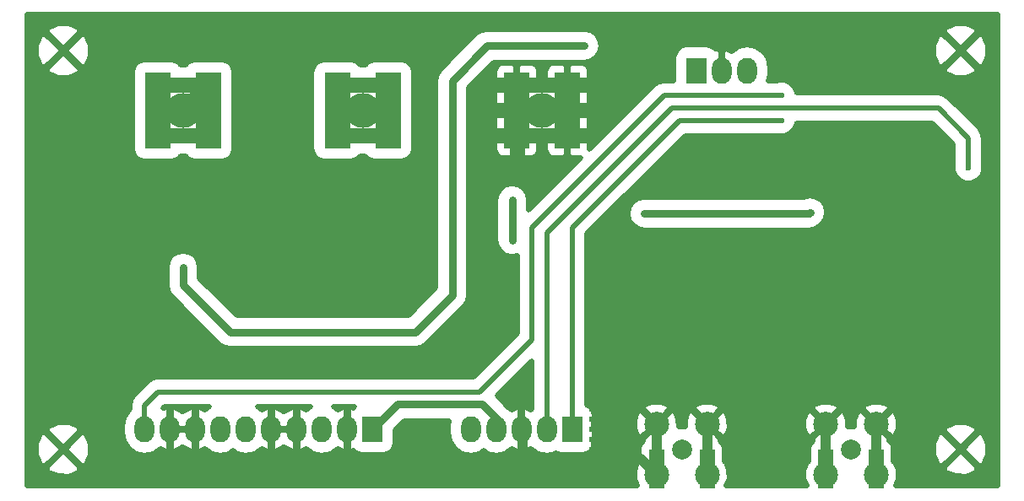
<source format=gbl>
G04 #@! TF.FileFunction,Copper,L2,Bot,Signal*
%FSLAX46Y46*%
G04 Gerber Fmt 4.6, Leading zero omitted, Abs format (unit mm)*
G04 Created by KiCad (PCBNEW 4.0.7) date 03/03/18 23:13:13*
%MOMM*%
%LPD*%
G01*
G04 APERTURE LIST*
%ADD10C,0.100000*%
%ADD11C,0.600000*%
%ADD12R,2.000000X2.600000*%
%ADD13O,2.000000X2.600000*%
%ADD14R,2.550000X2.550000*%
%ADD15C,3.500000*%
%ADD16R,1.500000X4.000000*%
%ADD17C,1.998980*%
%ADD18C,2.499360*%
%ADD19C,0.800000*%
%ADD20C,0.250000*%
%ADD21C,1.000000*%
%ADD22C,1.500000*%
%ADD23C,0.500000*%
G04 APERTURE END LIST*
D10*
D11*
X159000000Y-128000000D03*
X158000000Y-128000000D03*
X157000000Y-128000000D03*
X156000000Y-128000000D03*
X155000000Y-128000000D03*
X154000000Y-128000000D03*
X153000000Y-128000000D03*
X152000000Y-128000000D03*
X159000000Y-127000000D03*
X158000000Y-127000000D03*
X157000000Y-127000000D03*
X156000000Y-127000000D03*
X155000000Y-127000000D03*
X154000000Y-127000000D03*
X153000000Y-127000000D03*
X152000000Y-127000000D03*
X159000000Y-126000000D03*
X158000000Y-126000000D03*
X157000000Y-126000000D03*
X156000000Y-126000000D03*
X155000000Y-126000000D03*
X154000000Y-126000000D03*
X153000000Y-126000000D03*
X83000000Y-121000000D03*
X82000000Y-121000000D03*
X83000000Y-120000000D03*
X82000000Y-120000000D03*
X83000000Y-119000000D03*
X82000000Y-119000000D03*
X83000000Y-118000000D03*
X82000000Y-118000000D03*
X83000000Y-117000000D03*
X82000000Y-117000000D03*
X83000000Y-116000000D03*
X82000000Y-116000000D03*
X83000000Y-115000000D03*
X82000000Y-115000000D03*
X83000000Y-114000000D03*
X82000000Y-114000000D03*
X83000000Y-113000000D03*
X82000000Y-113000000D03*
X83000000Y-112000000D03*
X82000000Y-112000000D03*
X83000000Y-111000000D03*
X82000000Y-111000000D03*
X83000000Y-110000000D03*
X82000000Y-110000000D03*
X83000000Y-109000000D03*
X82000000Y-109000000D03*
X83000000Y-108000000D03*
X82000000Y-108000000D03*
X83000000Y-107000000D03*
X82000000Y-107000000D03*
X83000000Y-106000000D03*
X82000000Y-106000000D03*
X83000000Y-105000000D03*
X82000000Y-105000000D03*
X83000000Y-104000000D03*
X82000000Y-104000000D03*
X83000000Y-103000000D03*
X82000000Y-103000000D03*
X83000000Y-102000000D03*
X82000000Y-102000000D03*
X83000000Y-101000000D03*
X82000000Y-101000000D03*
X83000000Y-100000000D03*
X82000000Y-100000000D03*
X83000000Y-99000000D03*
X82000000Y-99000000D03*
X83000000Y-98000000D03*
X82000000Y-98000000D03*
X83000000Y-97000000D03*
X82000000Y-97000000D03*
X83000000Y-96000000D03*
X82000000Y-96000000D03*
X83000000Y-95000000D03*
X82000000Y-95000000D03*
X83000000Y-94000000D03*
X82000000Y-94000000D03*
X83000000Y-93000000D03*
X82000000Y-93000000D03*
X83000000Y-92000000D03*
X82000000Y-92000000D03*
X83000000Y-91000000D03*
X82000000Y-91000000D03*
X83000000Y-90000000D03*
X82000000Y-90000000D03*
X83000000Y-89000000D03*
X152000000Y-126000000D03*
X82000000Y-89000000D03*
X178000000Y-121000000D03*
X178000000Y-120000000D03*
X178000000Y-119000000D03*
X178000000Y-118000000D03*
X178000000Y-117000000D03*
X178000000Y-116000000D03*
X178000000Y-115000000D03*
X178000000Y-114000000D03*
X178000000Y-113000000D03*
X178000000Y-112000000D03*
X178000000Y-111000000D03*
X178000000Y-110000000D03*
X178000000Y-109000000D03*
X178000000Y-108000000D03*
X178000000Y-107000000D03*
X178000000Y-106000000D03*
X178000000Y-105000000D03*
X178000000Y-104000000D03*
X178000000Y-103000000D03*
X178000000Y-102000000D03*
X178000000Y-101000000D03*
X178000000Y-100000000D03*
X178000000Y-99000000D03*
X178000000Y-98000000D03*
X178000000Y-97000000D03*
X178000000Y-96000000D03*
X178000000Y-95000000D03*
X178000000Y-94000000D03*
X178000000Y-93000000D03*
X178000000Y-92000000D03*
X178000000Y-91000000D03*
X178000000Y-90000000D03*
X142000000Y-128000000D03*
X141000000Y-128000000D03*
X140000000Y-128000000D03*
X139000000Y-128000000D03*
X138000000Y-128000000D03*
X137000000Y-128000000D03*
X136000000Y-128000000D03*
X135000000Y-128000000D03*
X134000000Y-128000000D03*
X133000000Y-128000000D03*
X132000000Y-128000000D03*
X131000000Y-128000000D03*
X130000000Y-128000000D03*
X129000000Y-128000000D03*
X128000000Y-128000000D03*
X127000000Y-128000000D03*
X126000000Y-128000000D03*
X125000000Y-128000000D03*
X124000000Y-128000000D03*
X123000000Y-128000000D03*
X122000000Y-128000000D03*
X121000000Y-128000000D03*
X120000000Y-128000000D03*
X119000000Y-128000000D03*
X118000000Y-128000000D03*
X117000000Y-128000000D03*
X116000000Y-128000000D03*
X115000000Y-128000000D03*
X114000000Y-128000000D03*
X113000000Y-128000000D03*
X112000000Y-128000000D03*
X111000000Y-128000000D03*
X110000000Y-128000000D03*
X109000000Y-128000000D03*
X108000000Y-128000000D03*
X107000000Y-128000000D03*
X106000000Y-128000000D03*
X105000000Y-128000000D03*
X104000000Y-128000000D03*
X103000000Y-128000000D03*
X102000000Y-128000000D03*
X101000000Y-128000000D03*
X100000000Y-128000000D03*
X99000000Y-128000000D03*
X98000000Y-128000000D03*
X97000000Y-128000000D03*
X96000000Y-128000000D03*
X95000000Y-128000000D03*
X94000000Y-128000000D03*
X93000000Y-128000000D03*
X92000000Y-128000000D03*
X91000000Y-128000000D03*
X90000000Y-128000000D03*
X89000000Y-128000000D03*
X178000000Y-89000000D03*
X170000000Y-82000000D03*
X169000000Y-82000000D03*
X168000000Y-82000000D03*
X167000000Y-82000000D03*
X166000000Y-82000000D03*
X165000000Y-82000000D03*
X164000000Y-82000000D03*
X163000000Y-82000000D03*
X162000000Y-82000000D03*
X161000000Y-82000000D03*
X160000000Y-82000000D03*
X159000000Y-82000000D03*
X158000000Y-82000000D03*
X157000000Y-82000000D03*
X156000000Y-82000000D03*
X155000000Y-82000000D03*
X154000000Y-82000000D03*
X153000000Y-82000000D03*
X152000000Y-82000000D03*
X151000000Y-82000000D03*
X150000000Y-82000000D03*
X149000000Y-82000000D03*
X148000000Y-82000000D03*
X147000000Y-82000000D03*
X146000000Y-82000000D03*
X145000000Y-82000000D03*
X144000000Y-82000000D03*
X143000000Y-82000000D03*
X142000000Y-82000000D03*
X141000000Y-82000000D03*
X140000000Y-82000000D03*
X139000000Y-82000000D03*
X138000000Y-82000000D03*
X137000000Y-82000000D03*
X136000000Y-82000000D03*
X135000000Y-82000000D03*
X134000000Y-82000000D03*
X133000000Y-82000000D03*
X132000000Y-82000000D03*
X131000000Y-82000000D03*
X130000000Y-82000000D03*
X129000000Y-82000000D03*
X128000000Y-82000000D03*
X127000000Y-82000000D03*
X126000000Y-82000000D03*
X125000000Y-82000000D03*
X124000000Y-82000000D03*
X123000000Y-82000000D03*
X122000000Y-82000000D03*
X121000000Y-82000000D03*
X120000000Y-82000000D03*
X119000000Y-82000000D03*
X118000000Y-82000000D03*
X117000000Y-82000000D03*
X116000000Y-82000000D03*
X115000000Y-82000000D03*
X114000000Y-82000000D03*
X113000000Y-82000000D03*
X112000000Y-82000000D03*
X111000000Y-82000000D03*
X110000000Y-82000000D03*
X109000000Y-82000000D03*
X108000000Y-82000000D03*
X107000000Y-82000000D03*
X106000000Y-82000000D03*
X105000000Y-82000000D03*
X104000000Y-82000000D03*
X103000000Y-82000000D03*
X102000000Y-82000000D03*
X101000000Y-82000000D03*
X100000000Y-82000000D03*
X99000000Y-82000000D03*
X98000000Y-82000000D03*
X97000000Y-82000000D03*
X96000000Y-82000000D03*
X95000000Y-82000000D03*
X94000000Y-82000000D03*
X93000000Y-82000000D03*
X92000000Y-82000000D03*
X91000000Y-82000000D03*
X90000000Y-82000000D03*
D12*
X148500000Y-87000000D03*
D13*
X151040000Y-87000000D03*
X153580000Y-87000000D03*
D12*
X116000000Y-123000000D03*
D13*
X113460000Y-123000000D03*
X110920000Y-123000000D03*
X108380000Y-123000000D03*
X105840000Y-123000000D03*
X103300000Y-123000000D03*
X100760000Y-123000000D03*
X98220000Y-123000000D03*
X95680000Y-123000000D03*
X93140000Y-123000000D03*
D12*
X136000000Y-123000000D03*
D13*
X133460000Y-123000000D03*
X130920000Y-123000000D03*
X128380000Y-123000000D03*
X125840000Y-123000000D03*
D14*
X99540000Y-88460000D03*
X99540000Y-91000000D03*
X99540000Y-93540000D03*
X94460000Y-88460000D03*
X94460000Y-91000000D03*
X94460000Y-93540000D03*
D15*
X97000000Y-91000000D03*
D14*
X117540000Y-88460000D03*
X117540000Y-91000000D03*
X117540000Y-93540000D03*
X112460000Y-88460000D03*
X112460000Y-91000000D03*
X112460000Y-93540000D03*
D15*
X115000000Y-91000000D03*
D14*
X135540000Y-88460000D03*
X135540000Y-91000000D03*
X135540000Y-93540000D03*
X130460000Y-88460000D03*
X130460000Y-91000000D03*
X130460000Y-93540000D03*
D15*
X133000000Y-91000000D03*
D16*
X149540000Y-127000000D03*
X144460000Y-127000000D03*
X166540000Y-127000000D03*
X161460000Y-127000000D03*
D11*
X89000000Y-82000000D03*
D17*
X147000000Y-125000000D03*
D18*
X149540000Y-122460000D03*
X149540000Y-127540000D03*
X144460000Y-127540000D03*
X144460000Y-122460000D03*
D17*
X164000000Y-125000000D03*
D18*
X166540000Y-122460000D03*
X166540000Y-127540000D03*
X161460000Y-127540000D03*
X161460000Y-122460000D03*
D11*
X137250000Y-84500000D03*
X97000000Y-106750000D03*
X113000000Y-113250000D03*
X90000000Y-110000000D03*
X89000000Y-110000000D03*
X88000000Y-110000000D03*
X87000000Y-110000000D03*
X87000000Y-109000000D03*
X88000000Y-109000000D03*
X89000000Y-109000000D03*
X90000000Y-109000000D03*
X90000000Y-108000000D03*
X89000000Y-108000000D03*
X126000000Y-107500000D03*
X127000000Y-107500000D03*
X128000000Y-107500000D03*
X128000000Y-103000000D03*
X128000000Y-104000000D03*
X167000000Y-101000000D03*
X168000000Y-101000000D03*
X169000000Y-101000000D03*
X171000000Y-104000000D03*
X171000000Y-103000000D03*
X171000000Y-102000000D03*
X171000000Y-101000000D03*
X170000000Y-101000000D03*
X107000000Y-108000000D03*
X108000000Y-108000000D03*
X109000000Y-108000000D03*
X110000000Y-108000000D03*
X111000000Y-98000000D03*
X110000000Y-98000000D03*
X109000000Y-98000000D03*
X108000000Y-98000000D03*
X107000000Y-98000000D03*
X106000000Y-98000000D03*
X105000000Y-98000000D03*
X104000000Y-98000000D03*
X103000000Y-98000000D03*
X102000000Y-98000000D03*
X88000000Y-97000000D03*
X89000000Y-97000000D03*
X90000000Y-97000000D03*
X91000000Y-97000000D03*
X92000000Y-97000000D03*
X93000000Y-97000000D03*
X94000000Y-97000000D03*
X95000000Y-97000000D03*
X138000000Y-125000000D03*
X138000000Y-124000000D03*
X138000000Y-123000000D03*
X138000000Y-122000000D03*
X138000000Y-121000000D03*
X138000000Y-120000000D03*
X138000000Y-119000000D03*
X138000000Y-118000000D03*
X138000000Y-117000000D03*
X138000000Y-116000000D03*
X138000000Y-115000000D03*
X138000000Y-114000000D03*
X138000000Y-113000000D03*
X138000000Y-112000000D03*
X138000000Y-111000000D03*
X138000000Y-110000000D03*
X138000000Y-109000000D03*
X138000000Y-108000000D03*
X159000000Y-109000000D03*
X160000000Y-109000000D03*
X161000000Y-109000000D03*
X162000000Y-109000000D03*
X163000000Y-109000000D03*
X164000000Y-109000000D03*
X165000000Y-109000000D03*
X166000000Y-109000000D03*
X167000000Y-109000000D03*
X168000000Y-109000000D03*
X130000000Y-100000000D03*
X130000000Y-101000000D03*
X130000000Y-103000000D03*
X130000000Y-104000000D03*
X143256000Y-101346000D03*
X159893000Y-101219000D03*
X157000000Y-92000000D03*
X175750000Y-96750000D03*
X157000000Y-89500000D03*
D19*
X120250000Y-113250000D02*
X113000000Y-113250000D01*
X124000000Y-109500000D02*
X120250000Y-113250000D01*
X124000000Y-88000000D02*
X124000000Y-109500000D01*
X127500000Y-84500000D02*
X124000000Y-88000000D01*
X137250000Y-84500000D02*
X127500000Y-84500000D01*
X101750000Y-113250000D02*
X113000000Y-113250000D01*
X97000000Y-108500000D02*
X101750000Y-113250000D01*
X97000000Y-106750000D02*
X97000000Y-108500000D01*
D20*
X89000000Y-110000000D02*
X90000000Y-110000000D01*
X87000000Y-110000000D02*
X88000000Y-110000000D01*
X88000000Y-109000000D02*
X87000000Y-109000000D01*
X90000000Y-109000000D02*
X89000000Y-109000000D01*
X89000000Y-108000000D02*
X90000000Y-108000000D01*
D21*
X135540000Y-91000000D02*
X135540000Y-93540000D01*
X133000000Y-91000000D02*
X135540000Y-91000000D01*
X133000000Y-91000000D02*
X130460000Y-91000000D01*
D20*
X127000000Y-107500000D02*
X126000000Y-107500000D01*
X170000000Y-101000000D02*
X169000000Y-101000000D01*
X168000000Y-101000000D02*
X167000000Y-101000000D01*
X171000000Y-102000000D02*
X171000000Y-103000000D01*
X170000000Y-101000000D02*
X171000000Y-101000000D01*
X108000000Y-108000000D02*
X107000000Y-108000000D01*
X110000000Y-108000000D02*
X109000000Y-108000000D01*
X110000000Y-98000000D02*
X111000000Y-98000000D01*
X108000000Y-98000000D02*
X109000000Y-98000000D01*
X106000000Y-98000000D02*
X107000000Y-98000000D01*
X104000000Y-98000000D02*
X105000000Y-98000000D01*
X102000000Y-98000000D02*
X103000000Y-98000000D01*
X89000000Y-97000000D02*
X88000000Y-97000000D01*
X91000000Y-97000000D02*
X90000000Y-97000000D01*
X93000000Y-97000000D02*
X92000000Y-97000000D01*
X95000000Y-97000000D02*
X94000000Y-97000000D01*
D22*
X130460000Y-93540000D02*
X130500000Y-95500000D01*
X139000000Y-91000000D02*
X139000000Y-89145000D01*
X135540000Y-91000000D02*
X139000000Y-91000000D01*
X138315000Y-88460000D02*
X135540000Y-88460000D01*
X139000000Y-89145000D02*
X138315000Y-88460000D01*
X135540000Y-93540000D02*
X137460000Y-93540000D01*
X130460000Y-93540000D02*
X127460000Y-93540000D01*
X127540000Y-88460000D02*
X127540000Y-90855000D01*
X127540000Y-90855000D02*
X127685000Y-91000000D01*
X127685000Y-91000000D02*
X130460000Y-91000000D01*
X130460000Y-88460000D02*
X127540000Y-88460000D01*
X135540000Y-93540000D02*
X130460000Y-93540000D01*
X135540000Y-88460000D02*
X130460000Y-88460000D01*
D20*
X138000000Y-124000000D02*
X138000000Y-125000000D01*
X138000000Y-122000000D02*
X138000000Y-123000000D01*
X138000000Y-120000000D02*
X138000000Y-121000000D01*
X138000000Y-118000000D02*
X138000000Y-119000000D01*
X138000000Y-116000000D02*
X138000000Y-117000000D01*
X138000000Y-114000000D02*
X138000000Y-115000000D01*
X138000000Y-112000000D02*
X138000000Y-113000000D01*
X138000000Y-110000000D02*
X138000000Y-111000000D01*
X138000000Y-108000000D02*
X138000000Y-109000000D01*
D21*
X131000000Y-126000000D02*
X142920000Y-126000000D01*
X142920000Y-126000000D02*
X144460000Y-127540000D01*
X131000000Y-123380000D02*
X131000000Y-126000000D01*
X130920000Y-123000000D02*
X130920000Y-123300000D01*
X130920000Y-123300000D02*
X131000000Y-123380000D01*
X149540000Y-127540000D02*
X149540000Y-127000000D01*
X144460000Y-127540000D02*
X144460000Y-122460000D01*
X149540000Y-127540000D02*
X149540000Y-122460000D01*
X161460000Y-127540000D02*
X161460000Y-122460000D01*
X166540000Y-127540000D02*
X166540000Y-122460000D01*
D20*
X159000000Y-109000000D02*
X160000000Y-109000000D01*
X161000000Y-109000000D02*
X162000000Y-109000000D01*
X163000000Y-109000000D02*
X164000000Y-109000000D01*
X165000000Y-109000000D02*
X166000000Y-109000000D01*
X167000000Y-109000000D02*
X168000000Y-109000000D01*
D19*
X128380000Y-123000000D02*
X128380000Y-121880000D01*
X128380000Y-121880000D02*
X127000000Y-120500000D01*
X118500000Y-120500000D02*
X116000000Y-123000000D01*
X127000000Y-120500000D02*
X118500000Y-120500000D01*
X130000000Y-100000000D02*
X130000000Y-104000000D01*
X130000000Y-100000000D02*
X130000000Y-101000000D01*
X130000000Y-103000000D02*
X130000000Y-104000000D01*
X159766000Y-101346000D02*
X143256000Y-101346000D01*
X159893000Y-101219000D02*
X159766000Y-101346000D01*
D21*
X117540000Y-93540000D02*
X117540000Y-91000000D01*
X115000000Y-91000000D02*
X117540000Y-91000000D01*
D22*
X112460000Y-91000000D02*
X112460000Y-93540000D01*
X112460000Y-88460000D02*
X112460000Y-91000000D01*
X117540000Y-88460000D02*
X112460000Y-88460000D01*
X117540000Y-93540000D02*
X112460000Y-93540000D01*
D23*
X136000000Y-123000000D02*
X136000000Y-102750000D01*
X146750000Y-92000000D02*
X157000000Y-92000000D01*
X136000000Y-102750000D02*
X146750000Y-92000000D01*
X133460000Y-103290000D02*
X146000000Y-90750000D01*
X146000000Y-90750000D02*
X172750000Y-90750000D01*
X172750000Y-90750000D02*
X175750000Y-93750000D01*
X175750000Y-93750000D02*
X175750000Y-96750000D01*
X133460000Y-103290000D02*
X133460000Y-123000000D01*
D22*
X99540000Y-88460000D02*
X97000000Y-91000000D01*
X99540000Y-91000000D02*
X94460000Y-91000000D01*
X99540000Y-93540000D02*
X94460000Y-93540000D01*
X94460000Y-88460000D02*
X99540000Y-88460000D01*
D23*
X93140000Y-120610000D02*
X93140000Y-123000000D01*
X94500000Y-119250000D02*
X93140000Y-120610000D01*
X126750000Y-119250000D02*
X94500000Y-119250000D01*
X132000000Y-114000000D02*
X126750000Y-119250000D01*
X132000000Y-102750000D02*
X132000000Y-114000000D01*
X145250000Y-89500000D02*
X132000000Y-102750000D01*
X157000000Y-89500000D02*
X145250000Y-89500000D01*
G36*
X178675000Y-128675000D02*
X168452646Y-128675000D01*
X168741982Y-127965808D01*
X168737316Y-127090733D01*
X168636756Y-126847958D01*
X173293464Y-126847958D01*
X173463858Y-127284448D01*
X174455009Y-127698411D01*
X175529132Y-127701566D01*
X176522698Y-127293432D01*
X176536142Y-127284448D01*
X176706536Y-126847958D01*
X175000000Y-125141421D01*
X173293464Y-126847958D01*
X168636756Y-126847958D01*
X168411417Y-126303943D01*
X168240000Y-126255169D01*
X168240000Y-125529132D01*
X172298434Y-125529132D01*
X172706568Y-126522698D01*
X172715552Y-126536142D01*
X173152042Y-126706536D01*
X174858579Y-125000000D01*
X175141421Y-125000000D01*
X176847958Y-126706536D01*
X177284448Y-126536142D01*
X177698411Y-125544991D01*
X177701566Y-124470868D01*
X177293432Y-123477302D01*
X177284448Y-123463858D01*
X176847958Y-123293464D01*
X175141421Y-125000000D01*
X174858579Y-125000000D01*
X173152042Y-123293464D01*
X172715552Y-123463858D01*
X172301589Y-124455009D01*
X172298434Y-125529132D01*
X168240000Y-125529132D01*
X168240000Y-124811033D01*
X168095371Y-124461868D01*
X167828132Y-124194629D01*
X167816365Y-124189755D01*
X167885468Y-123946889D01*
X166540000Y-122601421D01*
X166525858Y-122615564D01*
X166384437Y-122474143D01*
X166398579Y-122460000D01*
X166681421Y-122460000D01*
X168026889Y-123805468D01*
X168411417Y-123696057D01*
X168633363Y-123152042D01*
X173293464Y-123152042D01*
X175000000Y-124858579D01*
X176706536Y-123152042D01*
X176536142Y-122715552D01*
X175544991Y-122301589D01*
X174470868Y-122298434D01*
X173477302Y-122706568D01*
X173463858Y-122715552D01*
X173293464Y-123152042D01*
X168633363Y-123152042D01*
X168741982Y-122885808D01*
X168737316Y-122010733D01*
X168411417Y-121223943D01*
X168026889Y-121114532D01*
X166681421Y-122460000D01*
X166398579Y-122460000D01*
X165053111Y-121114532D01*
X164668583Y-121223943D01*
X164338018Y-122034192D01*
X164341839Y-122750807D01*
X163661259Y-122750213D01*
X163657316Y-122010733D01*
X163331417Y-121223943D01*
X162946889Y-121114532D01*
X161601421Y-122460000D01*
X161615564Y-122474143D01*
X161474143Y-122615564D01*
X161460000Y-122601421D01*
X160114532Y-123946889D01*
X160183635Y-124189755D01*
X160171868Y-124194629D01*
X159904629Y-124461868D01*
X159760000Y-124811033D01*
X159760000Y-126255169D01*
X159588583Y-126303943D01*
X159258018Y-127114192D01*
X159262684Y-127989267D01*
X159546724Y-128675000D01*
X151452646Y-128675000D01*
X151741982Y-127965808D01*
X151737316Y-127090733D01*
X151411417Y-126303943D01*
X151240000Y-126255169D01*
X151240000Y-124811033D01*
X151095371Y-124461868D01*
X150828132Y-124194629D01*
X150816365Y-124189755D01*
X150885468Y-123946889D01*
X149540000Y-122601421D01*
X149525858Y-122615564D01*
X149384437Y-122474143D01*
X149398579Y-122460000D01*
X149681421Y-122460000D01*
X151026889Y-123805468D01*
X151411417Y-123696057D01*
X151741982Y-122885808D01*
X151737442Y-122034192D01*
X159258018Y-122034192D01*
X159262684Y-122909267D01*
X159588583Y-123696057D01*
X159973111Y-123805468D01*
X161318579Y-122460000D01*
X159973111Y-121114532D01*
X159588583Y-121223943D01*
X159258018Y-122034192D01*
X151737442Y-122034192D01*
X151737316Y-122010733D01*
X151411417Y-121223943D01*
X151026889Y-121114532D01*
X149681421Y-122460000D01*
X149398579Y-122460000D01*
X148053111Y-121114532D01*
X147668583Y-121223943D01*
X147338018Y-122034192D01*
X147341839Y-122750807D01*
X146661259Y-122750213D01*
X146657316Y-122010733D01*
X146331417Y-121223943D01*
X145946889Y-121114532D01*
X144601421Y-122460000D01*
X144615564Y-122474143D01*
X144474143Y-122615564D01*
X144460000Y-122601421D01*
X143114532Y-123946889D01*
X143183635Y-124189755D01*
X143171868Y-124194629D01*
X142904629Y-124461868D01*
X142760000Y-124811033D01*
X142760000Y-126255169D01*
X142588583Y-126303943D01*
X142258018Y-127114192D01*
X142262684Y-127989267D01*
X142546724Y-128675000D01*
X81325000Y-128675000D01*
X81325000Y-126847958D01*
X83293464Y-126847958D01*
X83463858Y-127284448D01*
X84455009Y-127698411D01*
X85529132Y-127701566D01*
X86522698Y-127293432D01*
X86536142Y-127284448D01*
X86706536Y-126847958D01*
X85000000Y-125141421D01*
X83293464Y-126847958D01*
X81325000Y-126847958D01*
X81325000Y-125529132D01*
X82298434Y-125529132D01*
X82706568Y-126522698D01*
X82715552Y-126536142D01*
X83152042Y-126706536D01*
X84858579Y-125000000D01*
X85141421Y-125000000D01*
X86847958Y-126706536D01*
X87284448Y-126536142D01*
X87698411Y-125544991D01*
X87701566Y-124470868D01*
X87293432Y-123477302D01*
X87284448Y-123463858D01*
X86847958Y-123293464D01*
X85141421Y-125000000D01*
X84858579Y-125000000D01*
X83152042Y-123293464D01*
X82715552Y-123463858D01*
X82301589Y-124455009D01*
X82298434Y-125529132D01*
X81325000Y-125529132D01*
X81325000Y-123152042D01*
X83293464Y-123152042D01*
X85000000Y-124858579D01*
X86706536Y-123152042D01*
X86536142Y-122715552D01*
X86379294Y-122650043D01*
X90890000Y-122650043D01*
X90890000Y-123349957D01*
X91061271Y-124210995D01*
X91549010Y-124940947D01*
X92278962Y-125428686D01*
X93140000Y-125599957D01*
X94001038Y-125428686D01*
X94712935Y-124953011D01*
X95026155Y-125139834D01*
X95276585Y-125207814D01*
X95580000Y-125009578D01*
X95580000Y-123100000D01*
X95780000Y-123100000D01*
X95780000Y-125009578D01*
X96083415Y-125207814D01*
X96333845Y-125139834D01*
X96950000Y-124772323D01*
X97566155Y-125139834D01*
X97816585Y-125207814D01*
X98120000Y-125009578D01*
X98120000Y-123100000D01*
X95780000Y-123100000D01*
X95580000Y-123100000D01*
X95560000Y-123100000D01*
X95560000Y-122900000D01*
X95580000Y-122900000D01*
X95580000Y-120990422D01*
X95780000Y-120990422D01*
X95780000Y-122900000D01*
X98120000Y-122900000D01*
X98120000Y-120990422D01*
X97816585Y-120792186D01*
X97566155Y-120860166D01*
X96950000Y-121227677D01*
X96333845Y-120860166D01*
X96083415Y-120792186D01*
X95780000Y-120990422D01*
X95580000Y-120990422D01*
X95276585Y-120792186D01*
X95026155Y-120860166D01*
X94988982Y-120882338D01*
X95121320Y-120750000D01*
X99631540Y-120750000D01*
X99187065Y-121046989D01*
X98873845Y-120860166D01*
X98623415Y-120792186D01*
X98320000Y-120990422D01*
X98320000Y-122900000D01*
X98340000Y-122900000D01*
X98340000Y-123100000D01*
X98320000Y-123100000D01*
X98320000Y-125009578D01*
X98623415Y-125207814D01*
X98873845Y-125139834D01*
X99187065Y-124953011D01*
X99898962Y-125428686D01*
X100760000Y-125599957D01*
X101621038Y-125428686D01*
X102030000Y-125155426D01*
X102438962Y-125428686D01*
X103300000Y-125599957D01*
X104161038Y-125428686D01*
X104872935Y-124953011D01*
X105186155Y-125139834D01*
X105436585Y-125207814D01*
X105740000Y-125009578D01*
X105740000Y-123100000D01*
X105940000Y-123100000D01*
X105940000Y-125009578D01*
X106243415Y-125207814D01*
X106493845Y-125139834D01*
X107110000Y-124772323D01*
X107726155Y-125139834D01*
X107976585Y-125207814D01*
X108280000Y-125009578D01*
X108280000Y-123100000D01*
X105940000Y-123100000D01*
X105740000Y-123100000D01*
X105720000Y-123100000D01*
X105720000Y-122900000D01*
X105740000Y-122900000D01*
X105740000Y-120990422D01*
X105940000Y-120990422D01*
X105940000Y-122900000D01*
X108280000Y-122900000D01*
X108280000Y-120990422D01*
X107976585Y-120792186D01*
X107726155Y-120860166D01*
X107110000Y-121227677D01*
X106493845Y-120860166D01*
X106243415Y-120792186D01*
X105940000Y-120990422D01*
X105740000Y-120990422D01*
X105436585Y-120792186D01*
X105186155Y-120860166D01*
X104872935Y-121046989D01*
X104428460Y-120750000D01*
X109791540Y-120750000D01*
X109347065Y-121046989D01*
X109033845Y-120860166D01*
X108783415Y-120792186D01*
X108480000Y-120990422D01*
X108480000Y-122900000D01*
X108500000Y-122900000D01*
X108500000Y-123100000D01*
X108480000Y-123100000D01*
X108480000Y-125009578D01*
X108783415Y-125207814D01*
X109033845Y-125139834D01*
X109347065Y-124953011D01*
X110058962Y-125428686D01*
X110920000Y-125599957D01*
X111781038Y-125428686D01*
X112492935Y-124953011D01*
X112806155Y-125139834D01*
X113056585Y-125207814D01*
X113360000Y-125009578D01*
X113360000Y-123100000D01*
X113340000Y-123100000D01*
X113340000Y-122900000D01*
X113360000Y-122900000D01*
X113360000Y-120990422D01*
X113056585Y-120792186D01*
X112806155Y-120860166D01*
X112492935Y-121046989D01*
X112048460Y-120750000D01*
X114167962Y-120750000D01*
X114111337Y-120786437D01*
X114069234Y-120848056D01*
X113863415Y-120792186D01*
X113560000Y-120990422D01*
X113560000Y-122900000D01*
X113580000Y-122900000D01*
X113580000Y-123100000D01*
X113560000Y-123100000D01*
X113560000Y-125009578D01*
X113863415Y-125207814D01*
X114063764Y-125153429D01*
X114086437Y-125188663D01*
X114504153Y-125474076D01*
X115000000Y-125574488D01*
X117000000Y-125574488D01*
X117463222Y-125487327D01*
X117888663Y-125213563D01*
X118174076Y-124795847D01*
X118274488Y-124300000D01*
X118274488Y-123058964D01*
X119183452Y-122150000D01*
X123689465Y-122150000D01*
X123590000Y-122650043D01*
X123590000Y-123349957D01*
X123761271Y-124210995D01*
X124249010Y-124940947D01*
X124978962Y-125428686D01*
X125840000Y-125599957D01*
X126701038Y-125428686D01*
X127110000Y-125155426D01*
X127518962Y-125428686D01*
X128380000Y-125599957D01*
X129241038Y-125428686D01*
X129952935Y-124953011D01*
X130266155Y-125139834D01*
X130516585Y-125207814D01*
X130820000Y-125009578D01*
X130820000Y-123100000D01*
X130800000Y-123100000D01*
X130800000Y-122900000D01*
X130820000Y-122900000D01*
X130820000Y-120990422D01*
X130516585Y-120792186D01*
X130266155Y-120860166D01*
X129952935Y-121046989D01*
X129621922Y-120825813D01*
X129546726Y-120713274D01*
X128477386Y-119643934D01*
X131960000Y-116161320D01*
X131960000Y-120998255D01*
X131887065Y-121046989D01*
X131573845Y-120860166D01*
X131323415Y-120792186D01*
X131020000Y-120990422D01*
X131020000Y-122900000D01*
X131040000Y-122900000D01*
X131040000Y-123100000D01*
X131020000Y-123100000D01*
X131020000Y-125009578D01*
X131323415Y-125207814D01*
X131573845Y-125139834D01*
X131887065Y-124953011D01*
X132598962Y-125428686D01*
X133460000Y-125599957D01*
X134321038Y-125428686D01*
X134380032Y-125389268D01*
X134504153Y-125474076D01*
X135000000Y-125574488D01*
X137000000Y-125574488D01*
X137463222Y-125487327D01*
X137888663Y-125213563D01*
X138174076Y-124795847D01*
X138274488Y-124300000D01*
X138274488Y-122034192D01*
X142258018Y-122034192D01*
X142262684Y-122909267D01*
X142588583Y-123696057D01*
X142973111Y-123805468D01*
X144318579Y-122460000D01*
X142973111Y-121114532D01*
X142588583Y-121223943D01*
X142258018Y-122034192D01*
X138274488Y-122034192D01*
X138274488Y-121700000D01*
X138187327Y-121236778D01*
X138017662Y-120973111D01*
X143114532Y-120973111D01*
X144460000Y-122318579D01*
X145805468Y-120973111D01*
X148194532Y-120973111D01*
X149540000Y-122318579D01*
X150885468Y-120973111D01*
X160114532Y-120973111D01*
X161460000Y-122318579D01*
X162805468Y-120973111D01*
X165194532Y-120973111D01*
X166540000Y-122318579D01*
X167885468Y-120973111D01*
X167776057Y-120588583D01*
X166965808Y-120258018D01*
X166090733Y-120262684D01*
X165303943Y-120588583D01*
X165194532Y-120973111D01*
X162805468Y-120973111D01*
X162696057Y-120588583D01*
X161885808Y-120258018D01*
X161010733Y-120262684D01*
X160223943Y-120588583D01*
X160114532Y-120973111D01*
X150885468Y-120973111D01*
X150776057Y-120588583D01*
X149965808Y-120258018D01*
X149090733Y-120262684D01*
X148303943Y-120588583D01*
X148194532Y-120973111D01*
X145805468Y-120973111D01*
X145696057Y-120588583D01*
X144885808Y-120258018D01*
X144010733Y-120262684D01*
X143223943Y-120588583D01*
X143114532Y-120973111D01*
X138017662Y-120973111D01*
X137913563Y-120811337D01*
X137500000Y-120528762D01*
X137500000Y-103371320D01*
X139525320Y-101346000D01*
X141606000Y-101346000D01*
X141731599Y-101977428D01*
X142089274Y-102512726D01*
X142624572Y-102870401D01*
X143256000Y-102996000D01*
X159766000Y-102996000D01*
X160397428Y-102870401D01*
X160932726Y-102512726D01*
X161059726Y-102385726D01*
X161417401Y-101850427D01*
X161543000Y-101219000D01*
X161417401Y-100587573D01*
X161059726Y-100052274D01*
X160524427Y-99694599D01*
X159893000Y-99569000D01*
X159261573Y-99694599D01*
X159259476Y-99696000D01*
X143256000Y-99696000D01*
X142624572Y-99821599D01*
X142089274Y-100179274D01*
X141731599Y-100714572D01*
X141606000Y-101346000D01*
X139525320Y-101346000D01*
X147371320Y-93500000D01*
X156570570Y-93500000D01*
X156690333Y-93549730D01*
X157306961Y-93550268D01*
X157876857Y-93314792D01*
X158313260Y-92879151D01*
X158549730Y-92309667D01*
X158549782Y-92250000D01*
X172128680Y-92250000D01*
X174250000Y-94371320D01*
X174250000Y-96320570D01*
X174200270Y-96440333D01*
X174199732Y-97056961D01*
X174435208Y-97626857D01*
X174870849Y-98063260D01*
X175440333Y-98299730D01*
X176056961Y-98300268D01*
X176626857Y-98064792D01*
X177063260Y-97629151D01*
X177299730Y-97059667D01*
X177300268Y-96443039D01*
X177250000Y-96321381D01*
X177250000Y-93750000D01*
X177135819Y-93175975D01*
X176810660Y-92689340D01*
X173810660Y-89689340D01*
X173324025Y-89364181D01*
X172750000Y-89250000D01*
X158550218Y-89250000D01*
X158550268Y-89193039D01*
X158314792Y-88623143D01*
X157879151Y-88186740D01*
X157309667Y-87950270D01*
X156693039Y-87949732D01*
X156571381Y-88000000D01*
X155700698Y-88000000D01*
X155830000Y-87349957D01*
X155830000Y-86847958D01*
X173293464Y-86847958D01*
X173463858Y-87284448D01*
X174455009Y-87698411D01*
X175529132Y-87701566D01*
X176522698Y-87293432D01*
X176536142Y-87284448D01*
X176706536Y-86847958D01*
X175000000Y-85141421D01*
X173293464Y-86847958D01*
X155830000Y-86847958D01*
X155830000Y-86650043D01*
X155658729Y-85789005D01*
X155485088Y-85529132D01*
X172298434Y-85529132D01*
X172706568Y-86522698D01*
X172715552Y-86536142D01*
X173152042Y-86706536D01*
X174858579Y-85000000D01*
X175141421Y-85000000D01*
X176847958Y-86706536D01*
X177284448Y-86536142D01*
X177698411Y-85544991D01*
X177701566Y-84470868D01*
X177293432Y-83477302D01*
X177284448Y-83463858D01*
X176847958Y-83293464D01*
X175141421Y-85000000D01*
X174858579Y-85000000D01*
X173152042Y-83293464D01*
X172715552Y-83463858D01*
X172301589Y-84455009D01*
X172298434Y-85529132D01*
X155485088Y-85529132D01*
X155170990Y-85059053D01*
X154441038Y-84571314D01*
X153580000Y-84400043D01*
X152718962Y-84571314D01*
X152007065Y-85046989D01*
X151693845Y-84860166D01*
X151443415Y-84792186D01*
X151140000Y-84990422D01*
X151140000Y-86900000D01*
X151160000Y-86900000D01*
X151160000Y-87100000D01*
X151140000Y-87100000D01*
X151140000Y-87120000D01*
X150940000Y-87120000D01*
X150940000Y-87100000D01*
X150920000Y-87100000D01*
X150920000Y-86900000D01*
X150940000Y-86900000D01*
X150940000Y-84990422D01*
X150636585Y-84792186D01*
X150436236Y-84846571D01*
X150413563Y-84811337D01*
X149995847Y-84525924D01*
X149500000Y-84425512D01*
X147500000Y-84425512D01*
X147036778Y-84512673D01*
X146611337Y-84786437D01*
X146325924Y-85204153D01*
X146225512Y-85700000D01*
X146225512Y-88000000D01*
X145250000Y-88000000D01*
X144675975Y-88114181D01*
X144189340Y-88439340D01*
X137765000Y-94863680D01*
X137765000Y-93877500D01*
X137527500Y-93640000D01*
X135640000Y-93640000D01*
X135640000Y-95527500D01*
X135877500Y-95765000D01*
X136863680Y-95765000D01*
X131650000Y-100978680D01*
X131650000Y-100000000D01*
X131524401Y-99368572D01*
X131166726Y-98833274D01*
X130631428Y-98475599D01*
X130000000Y-98350000D01*
X129368572Y-98475599D01*
X128833274Y-98833274D01*
X128475599Y-99368572D01*
X128350000Y-100000000D01*
X128350000Y-104000000D01*
X128475599Y-104631428D01*
X128833274Y-105166726D01*
X129368572Y-105524401D01*
X130000000Y-105650000D01*
X130500000Y-105550544D01*
X130500000Y-113378680D01*
X126128680Y-117750000D01*
X94500000Y-117750000D01*
X93925975Y-117864181D01*
X93439340Y-118189340D01*
X92079340Y-119549340D01*
X91754181Y-120035975D01*
X91640000Y-120610000D01*
X91640000Y-120998255D01*
X91549010Y-121059053D01*
X91061271Y-121789005D01*
X90890000Y-122650043D01*
X86379294Y-122650043D01*
X85544991Y-122301589D01*
X84470868Y-122298434D01*
X83477302Y-122706568D01*
X83463858Y-122715552D01*
X83293464Y-123152042D01*
X81325000Y-123152042D01*
X81325000Y-106750000D01*
X95350000Y-106750000D01*
X95350000Y-108500000D01*
X95475599Y-109131428D01*
X95721871Y-109500000D01*
X95833274Y-109666726D01*
X100583274Y-114416726D01*
X101118572Y-114774401D01*
X101750000Y-114900000D01*
X120250000Y-114900000D01*
X120881428Y-114774401D01*
X121416726Y-114416726D01*
X125166726Y-110666726D01*
X125524401Y-110131428D01*
X125650000Y-109500000D01*
X125650000Y-93877500D01*
X128235000Y-93877500D01*
X128235000Y-95003967D01*
X128379629Y-95353132D01*
X128646868Y-95620371D01*
X128996033Y-95765000D01*
X130122500Y-95765000D01*
X130360000Y-95527500D01*
X130360000Y-93640000D01*
X128472500Y-93640000D01*
X128235000Y-93877500D01*
X125650000Y-93877500D01*
X125650000Y-88797500D01*
X128235000Y-88797500D01*
X128235000Y-90662500D01*
X128472500Y-90900000D01*
X130300282Y-90900000D01*
X130299694Y-91100000D01*
X128472500Y-91100000D01*
X128235000Y-91337500D01*
X128235000Y-93202500D01*
X128472500Y-93440000D01*
X130360000Y-93440000D01*
X130360000Y-93420000D01*
X130560000Y-93420000D01*
X130560000Y-93440000D01*
X130580000Y-93440000D01*
X130580000Y-93640000D01*
X130560000Y-93640000D01*
X130560000Y-95527500D01*
X130797500Y-95765000D01*
X131923967Y-95765000D01*
X132273132Y-95620371D01*
X132540371Y-95353132D01*
X132685000Y-95003967D01*
X132685000Y-93877500D01*
X132506061Y-93698561D01*
X133491046Y-93701454D01*
X133315000Y-93877500D01*
X133315000Y-95003967D01*
X133459629Y-95353132D01*
X133726868Y-95620371D01*
X134076033Y-95765000D01*
X135202500Y-95765000D01*
X135440000Y-95527500D01*
X135440000Y-93640000D01*
X135420000Y-93640000D01*
X135420000Y-93440000D01*
X135440000Y-93440000D01*
X135440000Y-93420000D01*
X135640000Y-93420000D01*
X135640000Y-93440000D01*
X137527500Y-93440000D01*
X137765000Y-93202500D01*
X137765000Y-91337500D01*
X137527500Y-91100000D01*
X135699718Y-91100000D01*
X135700306Y-90900000D01*
X137527500Y-90900000D01*
X137765000Y-90662500D01*
X137765000Y-88797500D01*
X137527500Y-88560000D01*
X135640000Y-88560000D01*
X135640000Y-88580000D01*
X135440000Y-88580000D01*
X135440000Y-88560000D01*
X135420000Y-88560000D01*
X135420000Y-88360000D01*
X135440000Y-88360000D01*
X135440000Y-86472500D01*
X135640000Y-86472500D01*
X135640000Y-88360000D01*
X137527500Y-88360000D01*
X137765000Y-88122500D01*
X137765000Y-86996033D01*
X137620371Y-86646868D01*
X137353132Y-86379629D01*
X137003967Y-86235000D01*
X135877500Y-86235000D01*
X135640000Y-86472500D01*
X135440000Y-86472500D01*
X135202500Y-86235000D01*
X134076033Y-86235000D01*
X133726868Y-86379629D01*
X133459629Y-86646868D01*
X133315000Y-86996033D01*
X133315000Y-88122500D01*
X133493939Y-88301439D01*
X132508954Y-88298546D01*
X132685000Y-88122500D01*
X132685000Y-86996033D01*
X132540371Y-86646868D01*
X132273132Y-86379629D01*
X131923967Y-86235000D01*
X130797500Y-86235000D01*
X130560000Y-86472500D01*
X130560000Y-88360000D01*
X130580000Y-88360000D01*
X130580000Y-88560000D01*
X130560000Y-88560000D01*
X130560000Y-88580000D01*
X130360000Y-88580000D01*
X130360000Y-88560000D01*
X128472500Y-88560000D01*
X128235000Y-88797500D01*
X125650000Y-88797500D01*
X125650000Y-88683452D01*
X127337419Y-86996033D01*
X128235000Y-86996033D01*
X128235000Y-88122500D01*
X128472500Y-88360000D01*
X130360000Y-88360000D01*
X130360000Y-86472500D01*
X130122500Y-86235000D01*
X128996033Y-86235000D01*
X128646868Y-86379629D01*
X128379629Y-86646868D01*
X128235000Y-86996033D01*
X127337419Y-86996033D01*
X128183453Y-86150000D01*
X137250000Y-86150000D01*
X137881428Y-86024401D01*
X138416726Y-85666726D01*
X138774401Y-85131428D01*
X138900000Y-84500000D01*
X138774401Y-83868572D01*
X138416726Y-83333274D01*
X138145494Y-83152042D01*
X173293464Y-83152042D01*
X175000000Y-84858579D01*
X176706536Y-83152042D01*
X176536142Y-82715552D01*
X175544991Y-82301589D01*
X174470868Y-82298434D01*
X173477302Y-82706568D01*
X173463858Y-82715552D01*
X173293464Y-83152042D01*
X138145494Y-83152042D01*
X137881428Y-82975599D01*
X137250000Y-82850000D01*
X127500000Y-82850000D01*
X126868572Y-82975599D01*
X126333273Y-83333274D01*
X122833274Y-86833274D01*
X122475599Y-87368572D01*
X122350000Y-88000000D01*
X122350000Y-108816548D01*
X119566548Y-111600000D01*
X102433452Y-111600000D01*
X98650000Y-107816548D01*
X98650000Y-106750000D01*
X98524401Y-106118572D01*
X98166726Y-105583274D01*
X97631428Y-105225599D01*
X97000000Y-105100000D01*
X96368572Y-105225599D01*
X95833274Y-105583274D01*
X95475599Y-106118572D01*
X95350000Y-106750000D01*
X81325000Y-106750000D01*
X81325000Y-86847958D01*
X83293464Y-86847958D01*
X83463858Y-87284448D01*
X84455009Y-87698411D01*
X85529132Y-87701566D01*
X86522698Y-87293432D01*
X86536142Y-87284448D01*
X86574963Y-87185000D01*
X91910512Y-87185000D01*
X91910512Y-94815000D01*
X91997673Y-95278222D01*
X92271437Y-95703663D01*
X92689153Y-95989076D01*
X93185000Y-96089488D01*
X95735000Y-96089488D01*
X96198222Y-96002327D01*
X96623663Y-95728563D01*
X96752503Y-95540000D01*
X97246123Y-95540000D01*
X97351437Y-95703663D01*
X97769153Y-95989076D01*
X98265000Y-96089488D01*
X100815000Y-96089488D01*
X101278222Y-96002327D01*
X101703663Y-95728563D01*
X101989076Y-95310847D01*
X102089488Y-94815000D01*
X102089488Y-87185000D01*
X109910512Y-87185000D01*
X109910512Y-94815000D01*
X109997673Y-95278222D01*
X110271437Y-95703663D01*
X110689153Y-95989076D01*
X111185000Y-96089488D01*
X113735000Y-96089488D01*
X114198222Y-96002327D01*
X114623663Y-95728563D01*
X114752503Y-95540000D01*
X115246123Y-95540000D01*
X115351437Y-95703663D01*
X115769153Y-95989076D01*
X116265000Y-96089488D01*
X118815000Y-96089488D01*
X119278222Y-96002327D01*
X119703663Y-95728563D01*
X119989076Y-95310847D01*
X120089488Y-94815000D01*
X120089488Y-87185000D01*
X120002327Y-86721778D01*
X119728563Y-86296337D01*
X119310847Y-86010924D01*
X118815000Y-85910512D01*
X116265000Y-85910512D01*
X115801778Y-85997673D01*
X115376337Y-86271437D01*
X115247497Y-86460000D01*
X114753877Y-86460000D01*
X114648563Y-86296337D01*
X114230847Y-86010924D01*
X113735000Y-85910512D01*
X111185000Y-85910512D01*
X110721778Y-85997673D01*
X110296337Y-86271437D01*
X110010924Y-86689153D01*
X109910512Y-87185000D01*
X102089488Y-87185000D01*
X102002327Y-86721778D01*
X101728563Y-86296337D01*
X101310847Y-86010924D01*
X100815000Y-85910512D01*
X98265000Y-85910512D01*
X97801778Y-85997673D01*
X97376337Y-86271437D01*
X97247497Y-86460000D01*
X96753877Y-86460000D01*
X96648563Y-86296337D01*
X96230847Y-86010924D01*
X95735000Y-85910512D01*
X93185000Y-85910512D01*
X92721778Y-85997673D01*
X92296337Y-86271437D01*
X92010924Y-86689153D01*
X91910512Y-87185000D01*
X86574963Y-87185000D01*
X86706536Y-86847958D01*
X85000000Y-85141421D01*
X83293464Y-86847958D01*
X81325000Y-86847958D01*
X81325000Y-85529132D01*
X82298434Y-85529132D01*
X82706568Y-86522698D01*
X82715552Y-86536142D01*
X83152042Y-86706536D01*
X84858579Y-85000000D01*
X85141421Y-85000000D01*
X86847958Y-86706536D01*
X87284448Y-86536142D01*
X87698411Y-85544991D01*
X87701566Y-84470868D01*
X87293432Y-83477302D01*
X87284448Y-83463858D01*
X86847958Y-83293464D01*
X85141421Y-85000000D01*
X84858579Y-85000000D01*
X83152042Y-83293464D01*
X82715552Y-83463858D01*
X82301589Y-84455009D01*
X82298434Y-85529132D01*
X81325000Y-85529132D01*
X81325000Y-83152042D01*
X83293464Y-83152042D01*
X85000000Y-84858579D01*
X86706536Y-83152042D01*
X86536142Y-82715552D01*
X85544991Y-82301589D01*
X84470868Y-82298434D01*
X83477302Y-82706568D01*
X83463858Y-82715552D01*
X83293464Y-83152042D01*
X81325000Y-83152042D01*
X81325000Y-81325000D01*
X178675000Y-81325000D01*
X178675000Y-128675000D01*
X178675000Y-128675000D01*
G37*
X178675000Y-128675000D02*
X168452646Y-128675000D01*
X168741982Y-127965808D01*
X168737316Y-127090733D01*
X168636756Y-126847958D01*
X173293464Y-126847958D01*
X173463858Y-127284448D01*
X174455009Y-127698411D01*
X175529132Y-127701566D01*
X176522698Y-127293432D01*
X176536142Y-127284448D01*
X176706536Y-126847958D01*
X175000000Y-125141421D01*
X173293464Y-126847958D01*
X168636756Y-126847958D01*
X168411417Y-126303943D01*
X168240000Y-126255169D01*
X168240000Y-125529132D01*
X172298434Y-125529132D01*
X172706568Y-126522698D01*
X172715552Y-126536142D01*
X173152042Y-126706536D01*
X174858579Y-125000000D01*
X175141421Y-125000000D01*
X176847958Y-126706536D01*
X177284448Y-126536142D01*
X177698411Y-125544991D01*
X177701566Y-124470868D01*
X177293432Y-123477302D01*
X177284448Y-123463858D01*
X176847958Y-123293464D01*
X175141421Y-125000000D01*
X174858579Y-125000000D01*
X173152042Y-123293464D01*
X172715552Y-123463858D01*
X172301589Y-124455009D01*
X172298434Y-125529132D01*
X168240000Y-125529132D01*
X168240000Y-124811033D01*
X168095371Y-124461868D01*
X167828132Y-124194629D01*
X167816365Y-124189755D01*
X167885468Y-123946889D01*
X166540000Y-122601421D01*
X166525858Y-122615564D01*
X166384437Y-122474143D01*
X166398579Y-122460000D01*
X166681421Y-122460000D01*
X168026889Y-123805468D01*
X168411417Y-123696057D01*
X168633363Y-123152042D01*
X173293464Y-123152042D01*
X175000000Y-124858579D01*
X176706536Y-123152042D01*
X176536142Y-122715552D01*
X175544991Y-122301589D01*
X174470868Y-122298434D01*
X173477302Y-122706568D01*
X173463858Y-122715552D01*
X173293464Y-123152042D01*
X168633363Y-123152042D01*
X168741982Y-122885808D01*
X168737316Y-122010733D01*
X168411417Y-121223943D01*
X168026889Y-121114532D01*
X166681421Y-122460000D01*
X166398579Y-122460000D01*
X165053111Y-121114532D01*
X164668583Y-121223943D01*
X164338018Y-122034192D01*
X164341839Y-122750807D01*
X163661259Y-122750213D01*
X163657316Y-122010733D01*
X163331417Y-121223943D01*
X162946889Y-121114532D01*
X161601421Y-122460000D01*
X161615564Y-122474143D01*
X161474143Y-122615564D01*
X161460000Y-122601421D01*
X160114532Y-123946889D01*
X160183635Y-124189755D01*
X160171868Y-124194629D01*
X159904629Y-124461868D01*
X159760000Y-124811033D01*
X159760000Y-126255169D01*
X159588583Y-126303943D01*
X159258018Y-127114192D01*
X159262684Y-127989267D01*
X159546724Y-128675000D01*
X151452646Y-128675000D01*
X151741982Y-127965808D01*
X151737316Y-127090733D01*
X151411417Y-126303943D01*
X151240000Y-126255169D01*
X151240000Y-124811033D01*
X151095371Y-124461868D01*
X150828132Y-124194629D01*
X150816365Y-124189755D01*
X150885468Y-123946889D01*
X149540000Y-122601421D01*
X149525858Y-122615564D01*
X149384437Y-122474143D01*
X149398579Y-122460000D01*
X149681421Y-122460000D01*
X151026889Y-123805468D01*
X151411417Y-123696057D01*
X151741982Y-122885808D01*
X151737442Y-122034192D01*
X159258018Y-122034192D01*
X159262684Y-122909267D01*
X159588583Y-123696057D01*
X159973111Y-123805468D01*
X161318579Y-122460000D01*
X159973111Y-121114532D01*
X159588583Y-121223943D01*
X159258018Y-122034192D01*
X151737442Y-122034192D01*
X151737316Y-122010733D01*
X151411417Y-121223943D01*
X151026889Y-121114532D01*
X149681421Y-122460000D01*
X149398579Y-122460000D01*
X148053111Y-121114532D01*
X147668583Y-121223943D01*
X147338018Y-122034192D01*
X147341839Y-122750807D01*
X146661259Y-122750213D01*
X146657316Y-122010733D01*
X146331417Y-121223943D01*
X145946889Y-121114532D01*
X144601421Y-122460000D01*
X144615564Y-122474143D01*
X144474143Y-122615564D01*
X144460000Y-122601421D01*
X143114532Y-123946889D01*
X143183635Y-124189755D01*
X143171868Y-124194629D01*
X142904629Y-124461868D01*
X142760000Y-124811033D01*
X142760000Y-126255169D01*
X142588583Y-126303943D01*
X142258018Y-127114192D01*
X142262684Y-127989267D01*
X142546724Y-128675000D01*
X81325000Y-128675000D01*
X81325000Y-126847958D01*
X83293464Y-126847958D01*
X83463858Y-127284448D01*
X84455009Y-127698411D01*
X85529132Y-127701566D01*
X86522698Y-127293432D01*
X86536142Y-127284448D01*
X86706536Y-126847958D01*
X85000000Y-125141421D01*
X83293464Y-126847958D01*
X81325000Y-126847958D01*
X81325000Y-125529132D01*
X82298434Y-125529132D01*
X82706568Y-126522698D01*
X82715552Y-126536142D01*
X83152042Y-126706536D01*
X84858579Y-125000000D01*
X85141421Y-125000000D01*
X86847958Y-126706536D01*
X87284448Y-126536142D01*
X87698411Y-125544991D01*
X87701566Y-124470868D01*
X87293432Y-123477302D01*
X87284448Y-123463858D01*
X86847958Y-123293464D01*
X85141421Y-125000000D01*
X84858579Y-125000000D01*
X83152042Y-123293464D01*
X82715552Y-123463858D01*
X82301589Y-124455009D01*
X82298434Y-125529132D01*
X81325000Y-125529132D01*
X81325000Y-123152042D01*
X83293464Y-123152042D01*
X85000000Y-124858579D01*
X86706536Y-123152042D01*
X86536142Y-122715552D01*
X86379294Y-122650043D01*
X90890000Y-122650043D01*
X90890000Y-123349957D01*
X91061271Y-124210995D01*
X91549010Y-124940947D01*
X92278962Y-125428686D01*
X93140000Y-125599957D01*
X94001038Y-125428686D01*
X94712935Y-124953011D01*
X95026155Y-125139834D01*
X95276585Y-125207814D01*
X95580000Y-125009578D01*
X95580000Y-123100000D01*
X95780000Y-123100000D01*
X95780000Y-125009578D01*
X96083415Y-125207814D01*
X96333845Y-125139834D01*
X96950000Y-124772323D01*
X97566155Y-125139834D01*
X97816585Y-125207814D01*
X98120000Y-125009578D01*
X98120000Y-123100000D01*
X95780000Y-123100000D01*
X95580000Y-123100000D01*
X95560000Y-123100000D01*
X95560000Y-122900000D01*
X95580000Y-122900000D01*
X95580000Y-120990422D01*
X95780000Y-120990422D01*
X95780000Y-122900000D01*
X98120000Y-122900000D01*
X98120000Y-120990422D01*
X97816585Y-120792186D01*
X97566155Y-120860166D01*
X96950000Y-121227677D01*
X96333845Y-120860166D01*
X96083415Y-120792186D01*
X95780000Y-120990422D01*
X95580000Y-120990422D01*
X95276585Y-120792186D01*
X95026155Y-120860166D01*
X94988982Y-120882338D01*
X95121320Y-120750000D01*
X99631540Y-120750000D01*
X99187065Y-121046989D01*
X98873845Y-120860166D01*
X98623415Y-120792186D01*
X98320000Y-120990422D01*
X98320000Y-122900000D01*
X98340000Y-122900000D01*
X98340000Y-123100000D01*
X98320000Y-123100000D01*
X98320000Y-125009578D01*
X98623415Y-125207814D01*
X98873845Y-125139834D01*
X99187065Y-124953011D01*
X99898962Y-125428686D01*
X100760000Y-125599957D01*
X101621038Y-125428686D01*
X102030000Y-125155426D01*
X102438962Y-125428686D01*
X103300000Y-125599957D01*
X104161038Y-125428686D01*
X104872935Y-124953011D01*
X105186155Y-125139834D01*
X105436585Y-125207814D01*
X105740000Y-125009578D01*
X105740000Y-123100000D01*
X105940000Y-123100000D01*
X105940000Y-125009578D01*
X106243415Y-125207814D01*
X106493845Y-125139834D01*
X107110000Y-124772323D01*
X107726155Y-125139834D01*
X107976585Y-125207814D01*
X108280000Y-125009578D01*
X108280000Y-123100000D01*
X105940000Y-123100000D01*
X105740000Y-123100000D01*
X105720000Y-123100000D01*
X105720000Y-122900000D01*
X105740000Y-122900000D01*
X105740000Y-120990422D01*
X105940000Y-120990422D01*
X105940000Y-122900000D01*
X108280000Y-122900000D01*
X108280000Y-120990422D01*
X107976585Y-120792186D01*
X107726155Y-120860166D01*
X107110000Y-121227677D01*
X106493845Y-120860166D01*
X106243415Y-120792186D01*
X105940000Y-120990422D01*
X105740000Y-120990422D01*
X105436585Y-120792186D01*
X105186155Y-120860166D01*
X104872935Y-121046989D01*
X104428460Y-120750000D01*
X109791540Y-120750000D01*
X109347065Y-121046989D01*
X109033845Y-120860166D01*
X108783415Y-120792186D01*
X108480000Y-120990422D01*
X108480000Y-122900000D01*
X108500000Y-122900000D01*
X108500000Y-123100000D01*
X108480000Y-123100000D01*
X108480000Y-125009578D01*
X108783415Y-125207814D01*
X109033845Y-125139834D01*
X109347065Y-124953011D01*
X110058962Y-125428686D01*
X110920000Y-125599957D01*
X111781038Y-125428686D01*
X112492935Y-124953011D01*
X112806155Y-125139834D01*
X113056585Y-125207814D01*
X113360000Y-125009578D01*
X113360000Y-123100000D01*
X113340000Y-123100000D01*
X113340000Y-122900000D01*
X113360000Y-122900000D01*
X113360000Y-120990422D01*
X113056585Y-120792186D01*
X112806155Y-120860166D01*
X112492935Y-121046989D01*
X112048460Y-120750000D01*
X114167962Y-120750000D01*
X114111337Y-120786437D01*
X114069234Y-120848056D01*
X113863415Y-120792186D01*
X113560000Y-120990422D01*
X113560000Y-122900000D01*
X113580000Y-122900000D01*
X113580000Y-123100000D01*
X113560000Y-123100000D01*
X113560000Y-125009578D01*
X113863415Y-125207814D01*
X114063764Y-125153429D01*
X114086437Y-125188663D01*
X114504153Y-125474076D01*
X115000000Y-125574488D01*
X117000000Y-125574488D01*
X117463222Y-125487327D01*
X117888663Y-125213563D01*
X118174076Y-124795847D01*
X118274488Y-124300000D01*
X118274488Y-123058964D01*
X119183452Y-122150000D01*
X123689465Y-122150000D01*
X123590000Y-122650043D01*
X123590000Y-123349957D01*
X123761271Y-124210995D01*
X124249010Y-124940947D01*
X124978962Y-125428686D01*
X125840000Y-125599957D01*
X126701038Y-125428686D01*
X127110000Y-125155426D01*
X127518962Y-125428686D01*
X128380000Y-125599957D01*
X129241038Y-125428686D01*
X129952935Y-124953011D01*
X130266155Y-125139834D01*
X130516585Y-125207814D01*
X130820000Y-125009578D01*
X130820000Y-123100000D01*
X130800000Y-123100000D01*
X130800000Y-122900000D01*
X130820000Y-122900000D01*
X130820000Y-120990422D01*
X130516585Y-120792186D01*
X130266155Y-120860166D01*
X129952935Y-121046989D01*
X129621922Y-120825813D01*
X129546726Y-120713274D01*
X128477386Y-119643934D01*
X131960000Y-116161320D01*
X131960000Y-120998255D01*
X131887065Y-121046989D01*
X131573845Y-120860166D01*
X131323415Y-120792186D01*
X131020000Y-120990422D01*
X131020000Y-122900000D01*
X131040000Y-122900000D01*
X131040000Y-123100000D01*
X131020000Y-123100000D01*
X131020000Y-125009578D01*
X131323415Y-125207814D01*
X131573845Y-125139834D01*
X131887065Y-124953011D01*
X132598962Y-125428686D01*
X133460000Y-125599957D01*
X134321038Y-125428686D01*
X134380032Y-125389268D01*
X134504153Y-125474076D01*
X135000000Y-125574488D01*
X137000000Y-125574488D01*
X137463222Y-125487327D01*
X137888663Y-125213563D01*
X138174076Y-124795847D01*
X138274488Y-124300000D01*
X138274488Y-122034192D01*
X142258018Y-122034192D01*
X142262684Y-122909267D01*
X142588583Y-123696057D01*
X142973111Y-123805468D01*
X144318579Y-122460000D01*
X142973111Y-121114532D01*
X142588583Y-121223943D01*
X142258018Y-122034192D01*
X138274488Y-122034192D01*
X138274488Y-121700000D01*
X138187327Y-121236778D01*
X138017662Y-120973111D01*
X143114532Y-120973111D01*
X144460000Y-122318579D01*
X145805468Y-120973111D01*
X148194532Y-120973111D01*
X149540000Y-122318579D01*
X150885468Y-120973111D01*
X160114532Y-120973111D01*
X161460000Y-122318579D01*
X162805468Y-120973111D01*
X165194532Y-120973111D01*
X166540000Y-122318579D01*
X167885468Y-120973111D01*
X167776057Y-120588583D01*
X166965808Y-120258018D01*
X166090733Y-120262684D01*
X165303943Y-120588583D01*
X165194532Y-120973111D01*
X162805468Y-120973111D01*
X162696057Y-120588583D01*
X161885808Y-120258018D01*
X161010733Y-120262684D01*
X160223943Y-120588583D01*
X160114532Y-120973111D01*
X150885468Y-120973111D01*
X150776057Y-120588583D01*
X149965808Y-120258018D01*
X149090733Y-120262684D01*
X148303943Y-120588583D01*
X148194532Y-120973111D01*
X145805468Y-120973111D01*
X145696057Y-120588583D01*
X144885808Y-120258018D01*
X144010733Y-120262684D01*
X143223943Y-120588583D01*
X143114532Y-120973111D01*
X138017662Y-120973111D01*
X137913563Y-120811337D01*
X137500000Y-120528762D01*
X137500000Y-103371320D01*
X139525320Y-101346000D01*
X141606000Y-101346000D01*
X141731599Y-101977428D01*
X142089274Y-102512726D01*
X142624572Y-102870401D01*
X143256000Y-102996000D01*
X159766000Y-102996000D01*
X160397428Y-102870401D01*
X160932726Y-102512726D01*
X161059726Y-102385726D01*
X161417401Y-101850427D01*
X161543000Y-101219000D01*
X161417401Y-100587573D01*
X161059726Y-100052274D01*
X160524427Y-99694599D01*
X159893000Y-99569000D01*
X159261573Y-99694599D01*
X159259476Y-99696000D01*
X143256000Y-99696000D01*
X142624572Y-99821599D01*
X142089274Y-100179274D01*
X141731599Y-100714572D01*
X141606000Y-101346000D01*
X139525320Y-101346000D01*
X147371320Y-93500000D01*
X156570570Y-93500000D01*
X156690333Y-93549730D01*
X157306961Y-93550268D01*
X157876857Y-93314792D01*
X158313260Y-92879151D01*
X158549730Y-92309667D01*
X158549782Y-92250000D01*
X172128680Y-92250000D01*
X174250000Y-94371320D01*
X174250000Y-96320570D01*
X174200270Y-96440333D01*
X174199732Y-97056961D01*
X174435208Y-97626857D01*
X174870849Y-98063260D01*
X175440333Y-98299730D01*
X176056961Y-98300268D01*
X176626857Y-98064792D01*
X177063260Y-97629151D01*
X177299730Y-97059667D01*
X177300268Y-96443039D01*
X177250000Y-96321381D01*
X177250000Y-93750000D01*
X177135819Y-93175975D01*
X176810660Y-92689340D01*
X173810660Y-89689340D01*
X173324025Y-89364181D01*
X172750000Y-89250000D01*
X158550218Y-89250000D01*
X158550268Y-89193039D01*
X158314792Y-88623143D01*
X157879151Y-88186740D01*
X157309667Y-87950270D01*
X156693039Y-87949732D01*
X156571381Y-88000000D01*
X155700698Y-88000000D01*
X155830000Y-87349957D01*
X155830000Y-86847958D01*
X173293464Y-86847958D01*
X173463858Y-87284448D01*
X174455009Y-87698411D01*
X175529132Y-87701566D01*
X176522698Y-87293432D01*
X176536142Y-87284448D01*
X176706536Y-86847958D01*
X175000000Y-85141421D01*
X173293464Y-86847958D01*
X155830000Y-86847958D01*
X155830000Y-86650043D01*
X155658729Y-85789005D01*
X155485088Y-85529132D01*
X172298434Y-85529132D01*
X172706568Y-86522698D01*
X172715552Y-86536142D01*
X173152042Y-86706536D01*
X174858579Y-85000000D01*
X175141421Y-85000000D01*
X176847958Y-86706536D01*
X177284448Y-86536142D01*
X177698411Y-85544991D01*
X177701566Y-84470868D01*
X177293432Y-83477302D01*
X177284448Y-83463858D01*
X176847958Y-83293464D01*
X175141421Y-85000000D01*
X174858579Y-85000000D01*
X173152042Y-83293464D01*
X172715552Y-83463858D01*
X172301589Y-84455009D01*
X172298434Y-85529132D01*
X155485088Y-85529132D01*
X155170990Y-85059053D01*
X154441038Y-84571314D01*
X153580000Y-84400043D01*
X152718962Y-84571314D01*
X152007065Y-85046989D01*
X151693845Y-84860166D01*
X151443415Y-84792186D01*
X151140000Y-84990422D01*
X151140000Y-86900000D01*
X151160000Y-86900000D01*
X151160000Y-87100000D01*
X151140000Y-87100000D01*
X151140000Y-87120000D01*
X150940000Y-87120000D01*
X150940000Y-87100000D01*
X150920000Y-87100000D01*
X150920000Y-86900000D01*
X150940000Y-86900000D01*
X150940000Y-84990422D01*
X150636585Y-84792186D01*
X150436236Y-84846571D01*
X150413563Y-84811337D01*
X149995847Y-84525924D01*
X149500000Y-84425512D01*
X147500000Y-84425512D01*
X147036778Y-84512673D01*
X146611337Y-84786437D01*
X146325924Y-85204153D01*
X146225512Y-85700000D01*
X146225512Y-88000000D01*
X145250000Y-88000000D01*
X144675975Y-88114181D01*
X144189340Y-88439340D01*
X137765000Y-94863680D01*
X137765000Y-93877500D01*
X137527500Y-93640000D01*
X135640000Y-93640000D01*
X135640000Y-95527500D01*
X135877500Y-95765000D01*
X136863680Y-95765000D01*
X131650000Y-100978680D01*
X131650000Y-100000000D01*
X131524401Y-99368572D01*
X131166726Y-98833274D01*
X130631428Y-98475599D01*
X130000000Y-98350000D01*
X129368572Y-98475599D01*
X128833274Y-98833274D01*
X128475599Y-99368572D01*
X128350000Y-100000000D01*
X128350000Y-104000000D01*
X128475599Y-104631428D01*
X128833274Y-105166726D01*
X129368572Y-105524401D01*
X130000000Y-105650000D01*
X130500000Y-105550544D01*
X130500000Y-113378680D01*
X126128680Y-117750000D01*
X94500000Y-117750000D01*
X93925975Y-117864181D01*
X93439340Y-118189340D01*
X92079340Y-119549340D01*
X91754181Y-120035975D01*
X91640000Y-120610000D01*
X91640000Y-120998255D01*
X91549010Y-121059053D01*
X91061271Y-121789005D01*
X90890000Y-122650043D01*
X86379294Y-122650043D01*
X85544991Y-122301589D01*
X84470868Y-122298434D01*
X83477302Y-122706568D01*
X83463858Y-122715552D01*
X83293464Y-123152042D01*
X81325000Y-123152042D01*
X81325000Y-106750000D01*
X95350000Y-106750000D01*
X95350000Y-108500000D01*
X95475599Y-109131428D01*
X95721871Y-109500000D01*
X95833274Y-109666726D01*
X100583274Y-114416726D01*
X101118572Y-114774401D01*
X101750000Y-114900000D01*
X120250000Y-114900000D01*
X120881428Y-114774401D01*
X121416726Y-114416726D01*
X125166726Y-110666726D01*
X125524401Y-110131428D01*
X125650000Y-109500000D01*
X125650000Y-93877500D01*
X128235000Y-93877500D01*
X128235000Y-95003967D01*
X128379629Y-95353132D01*
X128646868Y-95620371D01*
X128996033Y-95765000D01*
X130122500Y-95765000D01*
X130360000Y-95527500D01*
X130360000Y-93640000D01*
X128472500Y-93640000D01*
X128235000Y-93877500D01*
X125650000Y-93877500D01*
X125650000Y-88797500D01*
X128235000Y-88797500D01*
X128235000Y-90662500D01*
X128472500Y-90900000D01*
X130300282Y-90900000D01*
X130299694Y-91100000D01*
X128472500Y-91100000D01*
X128235000Y-91337500D01*
X128235000Y-93202500D01*
X128472500Y-93440000D01*
X130360000Y-93440000D01*
X130360000Y-93420000D01*
X130560000Y-93420000D01*
X130560000Y-93440000D01*
X130580000Y-93440000D01*
X130580000Y-93640000D01*
X130560000Y-93640000D01*
X130560000Y-95527500D01*
X130797500Y-95765000D01*
X131923967Y-95765000D01*
X132273132Y-95620371D01*
X132540371Y-95353132D01*
X132685000Y-95003967D01*
X132685000Y-93877500D01*
X132506061Y-93698561D01*
X133491046Y-93701454D01*
X133315000Y-93877500D01*
X133315000Y-95003967D01*
X133459629Y-95353132D01*
X133726868Y-95620371D01*
X134076033Y-95765000D01*
X135202500Y-95765000D01*
X135440000Y-95527500D01*
X135440000Y-93640000D01*
X135420000Y-93640000D01*
X135420000Y-93440000D01*
X135440000Y-93440000D01*
X135440000Y-93420000D01*
X135640000Y-93420000D01*
X135640000Y-93440000D01*
X137527500Y-93440000D01*
X137765000Y-93202500D01*
X137765000Y-91337500D01*
X137527500Y-91100000D01*
X135699718Y-91100000D01*
X135700306Y-90900000D01*
X137527500Y-90900000D01*
X137765000Y-90662500D01*
X137765000Y-88797500D01*
X137527500Y-88560000D01*
X135640000Y-88560000D01*
X135640000Y-88580000D01*
X135440000Y-88580000D01*
X135440000Y-88560000D01*
X135420000Y-88560000D01*
X135420000Y-88360000D01*
X135440000Y-88360000D01*
X135440000Y-86472500D01*
X135640000Y-86472500D01*
X135640000Y-88360000D01*
X137527500Y-88360000D01*
X137765000Y-88122500D01*
X137765000Y-86996033D01*
X137620371Y-86646868D01*
X137353132Y-86379629D01*
X137003967Y-86235000D01*
X135877500Y-86235000D01*
X135640000Y-86472500D01*
X135440000Y-86472500D01*
X135202500Y-86235000D01*
X134076033Y-86235000D01*
X133726868Y-86379629D01*
X133459629Y-86646868D01*
X133315000Y-86996033D01*
X133315000Y-88122500D01*
X133493939Y-88301439D01*
X132508954Y-88298546D01*
X132685000Y-88122500D01*
X132685000Y-86996033D01*
X132540371Y-86646868D01*
X132273132Y-86379629D01*
X131923967Y-86235000D01*
X130797500Y-86235000D01*
X130560000Y-86472500D01*
X130560000Y-88360000D01*
X130580000Y-88360000D01*
X130580000Y-88560000D01*
X130560000Y-88560000D01*
X130560000Y-88580000D01*
X130360000Y-88580000D01*
X130360000Y-88560000D01*
X128472500Y-88560000D01*
X128235000Y-88797500D01*
X125650000Y-88797500D01*
X125650000Y-88683452D01*
X127337419Y-86996033D01*
X128235000Y-86996033D01*
X128235000Y-88122500D01*
X128472500Y-88360000D01*
X130360000Y-88360000D01*
X130360000Y-86472500D01*
X130122500Y-86235000D01*
X128996033Y-86235000D01*
X128646868Y-86379629D01*
X128379629Y-86646868D01*
X128235000Y-86996033D01*
X127337419Y-86996033D01*
X128183453Y-86150000D01*
X137250000Y-86150000D01*
X137881428Y-86024401D01*
X138416726Y-85666726D01*
X138774401Y-85131428D01*
X138900000Y-84500000D01*
X138774401Y-83868572D01*
X138416726Y-83333274D01*
X138145494Y-83152042D01*
X173293464Y-83152042D01*
X175000000Y-84858579D01*
X176706536Y-83152042D01*
X176536142Y-82715552D01*
X175544991Y-82301589D01*
X174470868Y-82298434D01*
X173477302Y-82706568D01*
X173463858Y-82715552D01*
X173293464Y-83152042D01*
X138145494Y-83152042D01*
X137881428Y-82975599D01*
X137250000Y-82850000D01*
X127500000Y-82850000D01*
X126868572Y-82975599D01*
X126333273Y-83333274D01*
X122833274Y-86833274D01*
X122475599Y-87368572D01*
X122350000Y-88000000D01*
X122350000Y-108816548D01*
X119566548Y-111600000D01*
X102433452Y-111600000D01*
X98650000Y-107816548D01*
X98650000Y-106750000D01*
X98524401Y-106118572D01*
X98166726Y-105583274D01*
X97631428Y-105225599D01*
X97000000Y-105100000D01*
X96368572Y-105225599D01*
X95833274Y-105583274D01*
X95475599Y-106118572D01*
X95350000Y-106750000D01*
X81325000Y-106750000D01*
X81325000Y-86847958D01*
X83293464Y-86847958D01*
X83463858Y-87284448D01*
X84455009Y-87698411D01*
X85529132Y-87701566D01*
X86522698Y-87293432D01*
X86536142Y-87284448D01*
X86574963Y-87185000D01*
X91910512Y-87185000D01*
X91910512Y-94815000D01*
X91997673Y-95278222D01*
X92271437Y-95703663D01*
X92689153Y-95989076D01*
X93185000Y-96089488D01*
X95735000Y-96089488D01*
X96198222Y-96002327D01*
X96623663Y-95728563D01*
X96752503Y-95540000D01*
X97246123Y-95540000D01*
X97351437Y-95703663D01*
X97769153Y-95989076D01*
X98265000Y-96089488D01*
X100815000Y-96089488D01*
X101278222Y-96002327D01*
X101703663Y-95728563D01*
X101989076Y-95310847D01*
X102089488Y-94815000D01*
X102089488Y-87185000D01*
X109910512Y-87185000D01*
X109910512Y-94815000D01*
X109997673Y-95278222D01*
X110271437Y-95703663D01*
X110689153Y-95989076D01*
X111185000Y-96089488D01*
X113735000Y-96089488D01*
X114198222Y-96002327D01*
X114623663Y-95728563D01*
X114752503Y-95540000D01*
X115246123Y-95540000D01*
X115351437Y-95703663D01*
X115769153Y-95989076D01*
X116265000Y-96089488D01*
X118815000Y-96089488D01*
X119278222Y-96002327D01*
X119703663Y-95728563D01*
X119989076Y-95310847D01*
X120089488Y-94815000D01*
X120089488Y-87185000D01*
X120002327Y-86721778D01*
X119728563Y-86296337D01*
X119310847Y-86010924D01*
X118815000Y-85910512D01*
X116265000Y-85910512D01*
X115801778Y-85997673D01*
X115376337Y-86271437D01*
X115247497Y-86460000D01*
X114753877Y-86460000D01*
X114648563Y-86296337D01*
X114230847Y-86010924D01*
X113735000Y-85910512D01*
X111185000Y-85910512D01*
X110721778Y-85997673D01*
X110296337Y-86271437D01*
X110010924Y-86689153D01*
X109910512Y-87185000D01*
X102089488Y-87185000D01*
X102002327Y-86721778D01*
X101728563Y-86296337D01*
X101310847Y-86010924D01*
X100815000Y-85910512D01*
X98265000Y-85910512D01*
X97801778Y-85997673D01*
X97376337Y-86271437D01*
X97247497Y-86460000D01*
X96753877Y-86460000D01*
X96648563Y-86296337D01*
X96230847Y-86010924D01*
X95735000Y-85910512D01*
X93185000Y-85910512D01*
X92721778Y-85997673D01*
X92296337Y-86271437D01*
X92010924Y-86689153D01*
X91910512Y-87185000D01*
X86574963Y-87185000D01*
X86706536Y-86847958D01*
X85000000Y-85141421D01*
X83293464Y-86847958D01*
X81325000Y-86847958D01*
X81325000Y-85529132D01*
X82298434Y-85529132D01*
X82706568Y-86522698D01*
X82715552Y-86536142D01*
X83152042Y-86706536D01*
X84858579Y-85000000D01*
X85141421Y-85000000D01*
X86847958Y-86706536D01*
X87284448Y-86536142D01*
X87698411Y-85544991D01*
X87701566Y-84470868D01*
X87293432Y-83477302D01*
X87284448Y-83463858D01*
X86847958Y-83293464D01*
X85141421Y-85000000D01*
X84858579Y-85000000D01*
X83152042Y-83293464D01*
X82715552Y-83463858D01*
X82301589Y-84455009D01*
X82298434Y-85529132D01*
X81325000Y-85529132D01*
X81325000Y-83152042D01*
X83293464Y-83152042D01*
X85000000Y-84858579D01*
X86706536Y-83152042D01*
X86536142Y-82715552D01*
X85544991Y-82301589D01*
X84470868Y-82298434D01*
X83477302Y-82706568D01*
X83463858Y-82715552D01*
X83293464Y-83152042D01*
X81325000Y-83152042D01*
X81325000Y-81325000D01*
X178675000Y-81325000D01*
X178675000Y-128675000D01*
G36*
X133155564Y-90985858D02*
X133141421Y-91000000D01*
X133155564Y-91014142D01*
X133014143Y-91155564D01*
X133000000Y-91141421D01*
X132985858Y-91155564D01*
X132844436Y-91014142D01*
X132858579Y-91000000D01*
X132844436Y-90985858D01*
X132985858Y-90844437D01*
X133000000Y-90858579D01*
X133014143Y-90844437D01*
X133155564Y-90985858D01*
X133155564Y-90985858D01*
G37*
X133155564Y-90985858D02*
X133141421Y-91000000D01*
X133155564Y-91014142D01*
X133014143Y-91155564D01*
X133000000Y-91141421D01*
X132985858Y-91155564D01*
X132844436Y-91014142D01*
X132858579Y-91000000D01*
X132844436Y-90985858D01*
X132985858Y-90844437D01*
X133000000Y-90858579D01*
X133014143Y-90844437D01*
X133155564Y-90985858D01*
M02*

</source>
